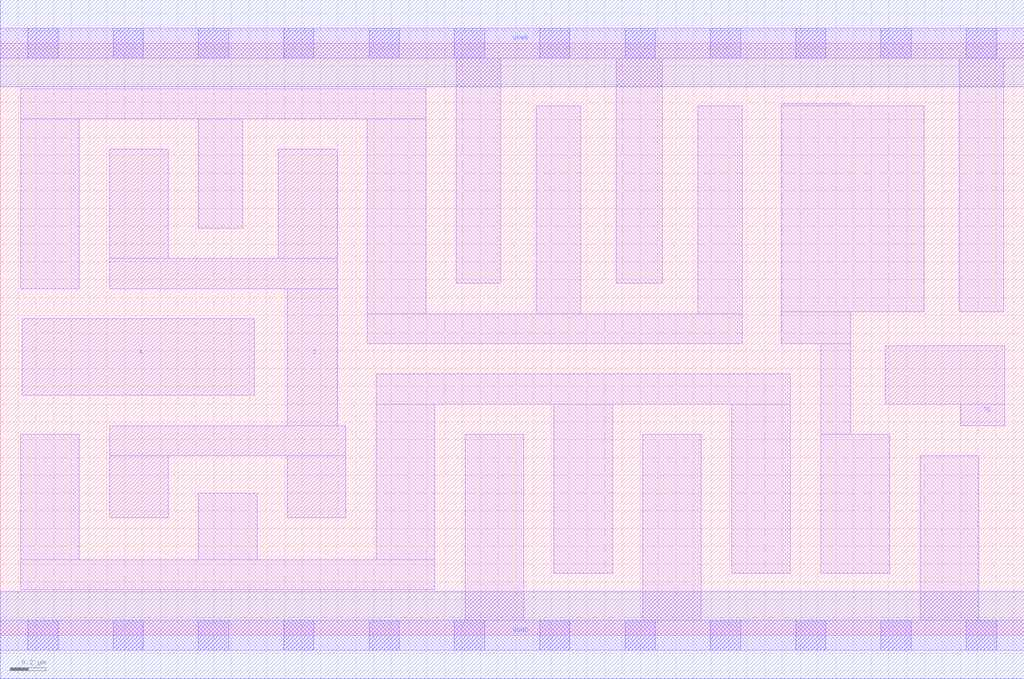
<source format=lef>
# Copyright 2020 The SkyWater PDK Authors
#
# Licensed under the Apache License, Version 2.0 (the "License");
# you may not use this file except in compliance with the License.
# You may obtain a copy of the License at
#
#     https://www.apache.org/licenses/LICENSE-2.0
#
# Unless required by applicable law or agreed to in writing, software
# distributed under the License is distributed on an "AS IS" BASIS,
# WITHOUT WARRANTIES OR CONDITIONS OF ANY KIND, either express or implied.
# See the License for the specific language governing permissions and
# limitations under the License.
#
# SPDX-License-Identifier: Apache-2.0

VERSION 5.7 ;
  NAMESCASESENSITIVE ON ;
  NOWIREEXTENSIONATPIN ON ;
  DIVIDERCHAR "/" ;
  BUSBITCHARS "[]" ;
UNITS
  DATABASE MICRONS 200 ;
END UNITS
MACRO sky130_fd_sc_ms__einvp_4
  CLASS CORE ;
  FOREIGN sky130_fd_sc_ms__einvp_4 ;
  ORIGIN  0.000000  0.000000 ;
  SIZE  5.760000 BY  3.330000 ;
  SYMMETRY X Y ;
  SITE unit ;
  PIN A
    ANTENNAGATEAREA  1.250400 ;
    DIRECTION INPUT ;
    USE SIGNAL ;
    PORT
      LAYER li1 ;
        RECT 0.125000 1.350000 1.430000 1.780000 ;
    END
  END A
  PIN TE
    ANTENNAGATEAREA  0.756600 ;
    DIRECTION INPUT ;
    USE SIGNAL ;
    PORT
      LAYER li1 ;
        RECT 4.980000 1.300000 5.650000 1.630000 ;
        RECT 5.405000 1.180000 5.650000 1.300000 ;
    END
  END TE
  PIN Z
    ANTENNADIFFAREA  1.154700 ;
    DIRECTION OUTPUT ;
    USE SIGNAL ;
    PORT
      LAYER li1 ;
        RECT 0.615000 0.660000 0.945000 1.010000 ;
        RECT 0.615000 1.010000 1.945000 1.180000 ;
        RECT 0.615000 1.950000 1.895000 2.120000 ;
        RECT 0.615000 2.120000 0.945000 2.735000 ;
        RECT 1.565000 2.120000 1.895000 2.735000 ;
        RECT 1.615000 0.660000 1.945000 1.010000 ;
        RECT 1.615000 1.180000 1.895000 1.950000 ;
    END
  END Z
  PIN VGND
    DIRECTION INOUT ;
    USE GROUND ;
    PORT
      LAYER met1 ;
        RECT 0.000000 -0.245000 5.760000 0.245000 ;
    END
  END VGND
  PIN VPWR
    DIRECTION INOUT ;
    USE POWER ;
    PORT
      LAYER met1 ;
        RECT 0.000000 3.085000 5.760000 3.575000 ;
    END
  END VPWR
  OBS
    LAYER li1 ;
      RECT 0.000000 -0.085000 5.760000 0.085000 ;
      RECT 0.000000  3.245000 5.760000 3.415000 ;
      RECT 0.115000  0.255000 2.445000 0.425000 ;
      RECT 0.115000  0.425000 0.445000 1.130000 ;
      RECT 0.115000  1.950000 0.445000 2.905000 ;
      RECT 0.115000  2.905000 2.395000 3.075000 ;
      RECT 1.115000  0.425000 1.445000 0.800000 ;
      RECT 1.115000  2.290000 1.365000 2.905000 ;
      RECT 2.065000  1.640000 4.175000 1.810000 ;
      RECT 2.065000  1.810000 2.395000 2.905000 ;
      RECT 2.115000  0.425000 2.445000 1.300000 ;
      RECT 2.115000  1.300000 4.445000 1.470000 ;
      RECT 2.565000  1.980000 2.815000 3.245000 ;
      RECT 2.615000  0.085000 2.945000 1.130000 ;
      RECT 3.015000  1.810000 3.265000 2.980000 ;
      RECT 3.115000  0.350000 3.445000 1.300000 ;
      RECT 3.465000  1.980000 3.725000 3.245000 ;
      RECT 3.615000  0.085000 3.945000 1.130000 ;
      RECT 3.925000  1.810000 4.175000 2.980000 ;
      RECT 4.115000  0.350000 4.445000 1.300000 ;
      RECT 4.395000  1.640000 4.785000 1.820000 ;
      RECT 4.395000  1.820000 5.195000 2.980000 ;
      RECT 4.395000  2.980000 4.785000 2.990000 ;
      RECT 4.615000  0.350000 5.005000 1.130000 ;
      RECT 4.615000  1.130000 4.785000 1.640000 ;
      RECT 5.175000  0.085000 5.505000 1.010000 ;
      RECT 5.395000  1.820000 5.645000 3.245000 ;
    LAYER mcon ;
      RECT 0.155000 -0.085000 0.325000 0.085000 ;
      RECT 0.155000  3.245000 0.325000 3.415000 ;
      RECT 0.635000 -0.085000 0.805000 0.085000 ;
      RECT 0.635000  3.245000 0.805000 3.415000 ;
      RECT 1.115000 -0.085000 1.285000 0.085000 ;
      RECT 1.115000  3.245000 1.285000 3.415000 ;
      RECT 1.595000 -0.085000 1.765000 0.085000 ;
      RECT 1.595000  3.245000 1.765000 3.415000 ;
      RECT 2.075000 -0.085000 2.245000 0.085000 ;
      RECT 2.075000  3.245000 2.245000 3.415000 ;
      RECT 2.555000 -0.085000 2.725000 0.085000 ;
      RECT 2.555000  3.245000 2.725000 3.415000 ;
      RECT 3.035000 -0.085000 3.205000 0.085000 ;
      RECT 3.035000  3.245000 3.205000 3.415000 ;
      RECT 3.515000 -0.085000 3.685000 0.085000 ;
      RECT 3.515000  3.245000 3.685000 3.415000 ;
      RECT 3.995000 -0.085000 4.165000 0.085000 ;
      RECT 3.995000  3.245000 4.165000 3.415000 ;
      RECT 4.475000 -0.085000 4.645000 0.085000 ;
      RECT 4.475000  3.245000 4.645000 3.415000 ;
      RECT 4.955000 -0.085000 5.125000 0.085000 ;
      RECT 4.955000  3.245000 5.125000 3.415000 ;
      RECT 5.435000 -0.085000 5.605000 0.085000 ;
      RECT 5.435000  3.245000 5.605000 3.415000 ;
  END
END sky130_fd_sc_ms__einvp_4
END LIBRARY

</source>
